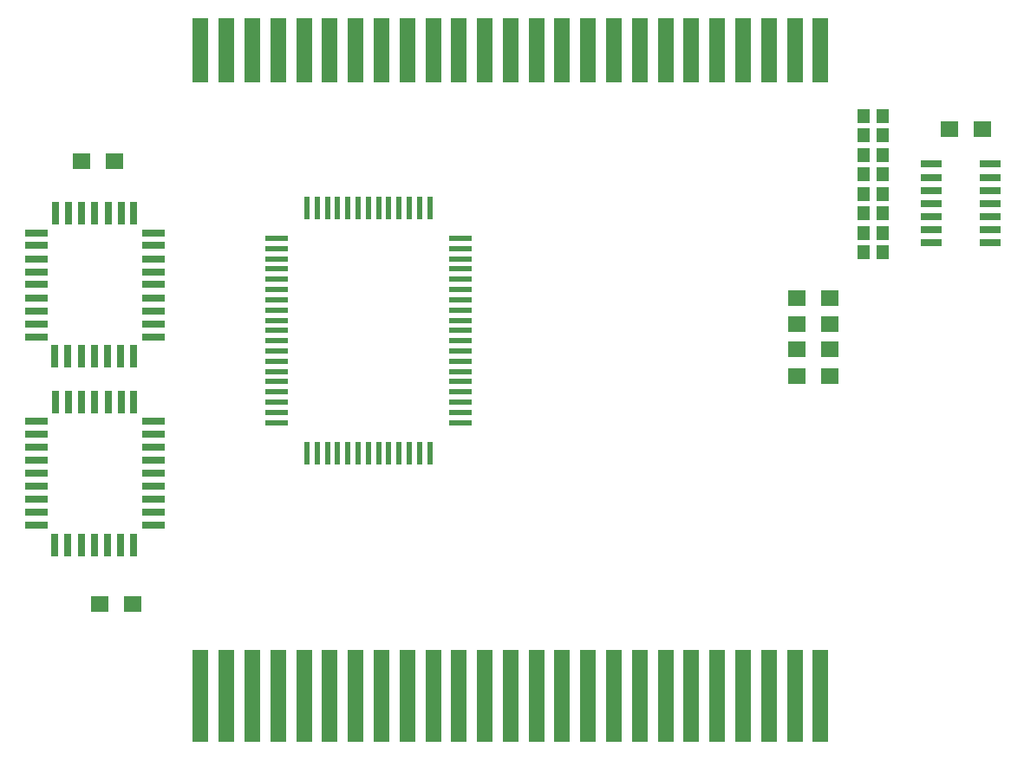
<source format=gbr>
%TF.GenerationSoftware,KiCad,Pcbnew,(6.0.2)*%
%TF.CreationDate,2022-10-23T13:47:45-05:00*%
%TF.ProjectId,REF1220,52454631-3232-4302-9e6b-696361645f70,rev?*%
%TF.SameCoordinates,Original*%
%TF.FileFunction,Paste,Top*%
%TF.FilePolarity,Positive*%
%FSLAX46Y46*%
G04 Gerber Fmt 4.6, Leading zero omitted, Abs format (unit mm)*
G04 Created by KiCad (PCBNEW (6.0.2)) date 2022-10-23 13:47:45*
%MOMM*%
%LPD*%
G01*
G04 APERTURE LIST*
%ADD10R,1.710000X1.630000*%
%ADD11R,2.250000X0.600000*%
%ADD12R,0.600000X2.250000*%
%ADD13R,1.310000X1.390000*%
%ADD14R,2.000000X0.700000*%
%ADD15R,0.700000X2.270000*%
%ADD16R,2.270000X0.700000*%
%ADD17R,1.530000X6.250000*%
%ADD18R,1.700000X1.630000*%
%ADD19R,1.530000X9.000000*%
G04 APERTURE END LIST*
D10*
%TO.C,R4*%
X177386000Y-97922400D03*
X180613000Y-97929400D03*
%TD*%
D11*
%TO.C,U3*%
X144517000Y-102462000D03*
X144517000Y-101462000D03*
X144517000Y-100462000D03*
X144517000Y-99462000D03*
X144517000Y-98462000D03*
X144517000Y-97462000D03*
X144517000Y-96462000D03*
X144517000Y-95462000D03*
X144517000Y-94462000D03*
X144517000Y-93462000D03*
X144517000Y-92462000D03*
X144517000Y-91462000D03*
X144517000Y-90462000D03*
X144517000Y-89462000D03*
X144517000Y-88462000D03*
X144517000Y-87462000D03*
X144517000Y-86462000D03*
X144517000Y-85462000D03*
X144517000Y-84462000D03*
D12*
X141517000Y-81462000D03*
X140517000Y-81462000D03*
X139517000Y-81462000D03*
X138517000Y-81462000D03*
X137517000Y-81462000D03*
X136517000Y-81462000D03*
X135517000Y-81462000D03*
X134517000Y-81462000D03*
X133517000Y-81462000D03*
X132517000Y-81462000D03*
X131517000Y-81462000D03*
X130517000Y-81462000D03*
X129517000Y-81462000D03*
D11*
X126517000Y-84462000D03*
X126517000Y-85462000D03*
X126517000Y-86462000D03*
X126517000Y-87462000D03*
X126517000Y-88462000D03*
X126517000Y-89462000D03*
X126517000Y-90462000D03*
X126517000Y-91462000D03*
X126517000Y-92462000D03*
X126517000Y-93462000D03*
X126517000Y-94462000D03*
X126517000Y-95462000D03*
X126517000Y-96462000D03*
X126517000Y-97462000D03*
X126517000Y-98462000D03*
X126517000Y-99462000D03*
X126517000Y-100462000D03*
X126517000Y-101462000D03*
X126517000Y-102462000D03*
D12*
X129517000Y-105462000D03*
X130517000Y-105462000D03*
X131517000Y-105462000D03*
X132517000Y-105462000D03*
X133517000Y-105462000D03*
X134517000Y-105462000D03*
X135517000Y-105462000D03*
X136517000Y-105462000D03*
X137517000Y-105462000D03*
X138517000Y-105462000D03*
X139517000Y-105462000D03*
X140517000Y-105462000D03*
X141517000Y-105462000D03*
%TD*%
D13*
%TO.C,R10*%
X183911000Y-82027000D03*
X185697000Y-82028000D03*
%TD*%
D14*
%TO.C,U5*%
X196201000Y-84882000D03*
X196200000Y-83615000D03*
X196206000Y-82301000D03*
X196199000Y-81075000D03*
X196199000Y-79764000D03*
X196200000Y-78492000D03*
X196198000Y-77182000D03*
X190485000Y-77180000D03*
X190485000Y-78491000D03*
X190487000Y-79761000D03*
X190483000Y-81073000D03*
X190484000Y-82299000D03*
X190485000Y-83607000D03*
X190485000Y-84879000D03*
%TD*%
D13*
%TO.C,R8*%
X183911000Y-78217000D03*
X185697000Y-78218000D03*
%TD*%
%TO.C,R11*%
X183911000Y-83970000D03*
X185697000Y-83971000D03*
%TD*%
%TO.C,R5*%
X183911000Y-72503000D03*
X185697000Y-72504000D03*
%TD*%
D15*
%TO.C,U1*%
X108780500Y-82037000D03*
X107511500Y-82038000D03*
X106201500Y-82039000D03*
X104931500Y-82039000D03*
D16*
X103068500Y-83944000D03*
X103065500Y-85174000D03*
X103067500Y-86481000D03*
X103066500Y-87752000D03*
X103064500Y-88984000D03*
X103067500Y-90295000D03*
X103066500Y-91563000D03*
X103066500Y-92834000D03*
X103066500Y-94102000D03*
D15*
X104891500Y-96008000D03*
X106161500Y-96007000D03*
X107471500Y-96009000D03*
X108742500Y-96011000D03*
X110053500Y-96008000D03*
X111319500Y-96011000D03*
X112550500Y-96009000D03*
D16*
X114496500Y-94103000D03*
X114496500Y-92831000D03*
X114497500Y-91563000D03*
X114496500Y-90292000D03*
X114495500Y-88985000D03*
X114496500Y-87753000D03*
X114493500Y-86484000D03*
X114496500Y-85172000D03*
X114497500Y-83941000D03*
D15*
X112592500Y-82037000D03*
X111361500Y-82040000D03*
X110090500Y-82039000D03*
%TD*%
D17*
%TO.C,J2*%
X119142000Y-66088000D03*
X121660000Y-66088000D03*
X124185000Y-66088000D03*
X126712000Y-66088000D03*
X129231000Y-66088000D03*
X131750000Y-66088000D03*
X134273000Y-66088000D03*
X136792000Y-66088000D03*
X139311000Y-66088000D03*
X141839000Y-66088000D03*
X144364000Y-66088000D03*
X146885000Y-66088000D03*
X149409000Y-66088000D03*
X151929000Y-66088000D03*
X154449000Y-66088000D03*
X156968000Y-66088000D03*
X159486000Y-66088000D03*
X162010000Y-66088000D03*
X164536000Y-66088000D03*
X167054000Y-66088000D03*
X169574000Y-66088000D03*
X172093000Y-66088000D03*
X174623000Y-66088000D03*
X177149000Y-66088000D03*
X179668000Y-66088000D03*
%TD*%
D15*
%TO.C,U2*%
X108780500Y-100455000D03*
X107511500Y-100456000D03*
X106201500Y-100457000D03*
X104931500Y-100457000D03*
D16*
X103068500Y-102362000D03*
X103065500Y-103592000D03*
X103067500Y-104899000D03*
X103066500Y-106170000D03*
X103064500Y-107402000D03*
X103067500Y-108713000D03*
X103066500Y-109981000D03*
X103066500Y-111252000D03*
X103066500Y-112520000D03*
D15*
X104891500Y-114426000D03*
X106161500Y-114425000D03*
X107471500Y-114427000D03*
X108742500Y-114429000D03*
X110053500Y-114426000D03*
X111319500Y-114429000D03*
X112550500Y-114427000D03*
D16*
X114496500Y-112521000D03*
X114496500Y-111249000D03*
X114497500Y-109981000D03*
X114496500Y-108710000D03*
X114495500Y-107403000D03*
X114496500Y-106171000D03*
X114493500Y-104902000D03*
X114496500Y-103590000D03*
X114497500Y-102359000D03*
D15*
X112592500Y-100455000D03*
X111361500Y-100458000D03*
X110090500Y-100457000D03*
%TD*%
D18*
%TO.C,C3*%
X192261400Y-73749100D03*
X195479400Y-73749100D03*
%TD*%
D13*
%TO.C,R7*%
X183911000Y-76309000D03*
X185697000Y-76310000D03*
%TD*%
D18*
%TO.C,C2*%
X109280400Y-120206600D03*
X112498400Y-120206600D03*
%TD*%
D10*
%TO.C,R3*%
X177386000Y-95300400D03*
X180613000Y-95307400D03*
%TD*%
D18*
%TO.C,C1*%
X107475400Y-76925600D03*
X110693400Y-76925600D03*
%TD*%
D13*
%TO.C,R9*%
X183911000Y-80120000D03*
X185697000Y-80121000D03*
%TD*%
%TO.C,R6*%
X183911000Y-74408000D03*
X185697000Y-74409000D03*
%TD*%
D10*
%TO.C,R1*%
X177386000Y-90288400D03*
X180613000Y-90295400D03*
%TD*%
%TO.C,R2*%
X177386000Y-92850400D03*
X180613000Y-92857400D03*
%TD*%
D19*
%TO.C,J4*%
X119142000Y-129159000D03*
X121660000Y-129159000D03*
X124185000Y-129159000D03*
X126712000Y-129159000D03*
X129231000Y-129159000D03*
X131750000Y-129159000D03*
X134273000Y-129159000D03*
X136792000Y-129159000D03*
X139311000Y-129159000D03*
X141839000Y-129159000D03*
X144364000Y-129159000D03*
X146885000Y-129159000D03*
X149409000Y-129159000D03*
X151929000Y-129159000D03*
X154449000Y-129159000D03*
X156968000Y-129159000D03*
X159486000Y-129159000D03*
X162010000Y-129159000D03*
X164536000Y-129159000D03*
X167054000Y-129159000D03*
X169574000Y-129159000D03*
X172093000Y-129159000D03*
X174623000Y-129159000D03*
X177149000Y-129159000D03*
X179668000Y-129159000D03*
%TD*%
D13*
%TO.C,R12*%
X183911000Y-85841000D03*
X185697000Y-85842000D03*
%TD*%
M02*

</source>
